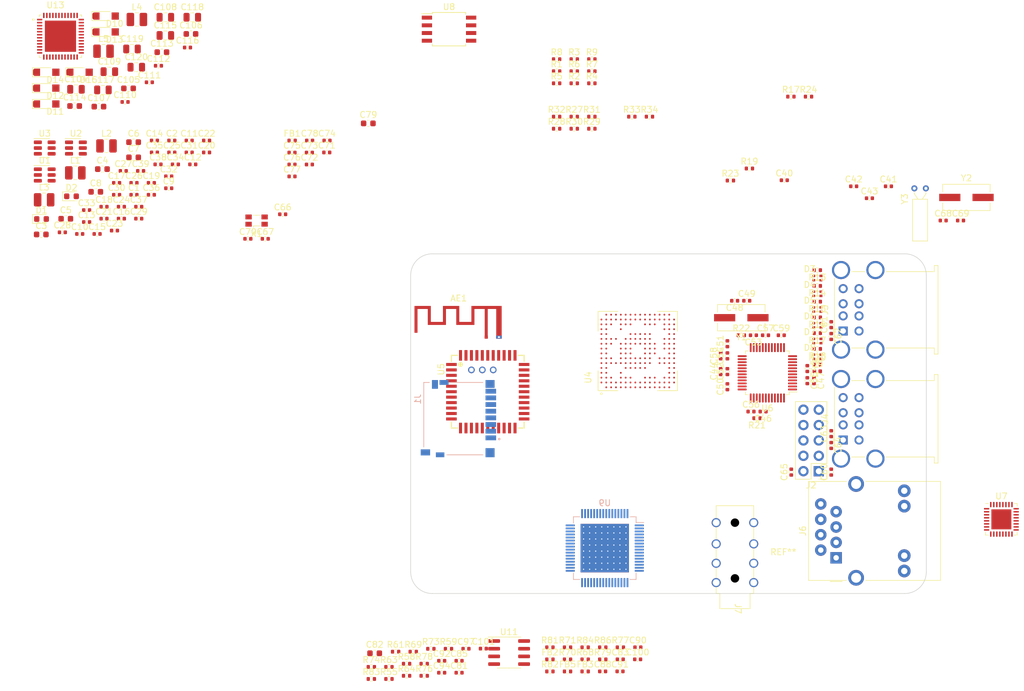
<source format=kicad_pcb>
(kicad_pcb (version 20211014) (generator pcbnew)
  (layers (0 "F.Cu" signal) (31 "B.Cu" signal) (34 "B.Paste" user) (35 "F.Paste" user) (36 "B.SilkS" user "B.Silkscreen") (37 "F.SilkS" user "F.Silkscreen") (38 "B.Mask" user) (39 "F.Mask" user) (44 "Edge.Cuts" user))
  (net 0 "")
  (net 2 "Net-(AE1-Pad1)")
  (net 3 "+5V")
  (net 4 "+3V3")
  (net 5 "+1V8")
  (net 6 "+1V2")
  (net 7 "Net-(L1-Pad1)")
  (net 8 "Net-(L2-Pad1)")
  (net 9 "Net-(L3-Pad1)")
  (net 10 "Net-(C1-Pad1)")
  (net 12 "Net-(R3-Pad2)")
  (net 14 "Net-(R5-Pad2)")
  (net 16 "Net-(R7-Pad2)")
  (net 17 "Net-(C2-Pad1)")
  (net 18 "Net-(C48-Pad2)")
  (net 19 "Net-(C44-Pad1)")
  (net 20 "/Network/PHY_LED0")
  (net 21 "/Network/PHY_LED1")
  (net 32 "Net-(U4-PadF3)")
  (net 33 "Net-(U4-PadE3)")
  (net 34 "Net-(U4-PadF2)")
  (net 35 "Net-(U4-PadE1)")
  (net 36 "Net-(U4-PadD1)")
  (net 37 "Net-(U4-PadE2)")
  (net 62 "Net-(U4-PadC7)")
  (net 63 "Net-(U4-PadB8)")
  (net 64 "Net-(U4-PadD6)")
  (net 65 "Net-(U4-PadB7)")
  (net 66 "Net-(U4-PadA7)")
  (net 67 "Net-(U4-PadC6)")
  (net 68 "Net-(U4-PadR8)")
  (net 69 "Net-(J3-Pad3)")
  (net 70 "Net-(J3-Pad6)")
  (net 71 "AGND2")
  (net 72 "Net-(C66-Pad2)")
  (net 73 "Net-(C67-Pad2)")
  (net 74 "Net-(C68-Pad2)")
  (net 75 "Net-(U4-PadL14)")
  (net 76 "Net-(U4-PadK15)")
  (net 77 "Net-(U4-PadK16)")
  (net 78 "Net-(C69-Pad2)")
  (net 79 "Net-(U4-PadH16)")
  (net 80 "Net-(U4-PadJ16)")
  (net 81 "Net-(J1-Pad1)")
  (net 82 "Net-(J1-Pad2)")
  (net 83 "Net-(U4-PadK14)")
  (net 84 "/Network/~{PHYRST}")
  (net 85 "Net-(U4-PadJ15)")
  (net 86 "Net-(U4-PadG16)")
  (net 87 "Net-(J1-Pad3)")
  (net 88 "Net-(C71-Pad1)")
  (net 89 "Net-(J1-Pad5)")
  (net 90 "Net-(J1-Pad7)")
  (net 91 "Net-(J1-Pad8)")
  (net 92 "Net-(U4-PadL15)")
  (net 93 "+3.3VA")
  (net 94 "Net-(J1-Pad9)")
  (net 95 "Net-(C77-Pad2)")
  (net 96 "PWR_EN")
  (net 97 "Net-(J3-Pad2)")
  (net 98 "Net-(J3-Pad7)")
  (net 99 "Net-(C86-Pad1)")
  (net 100 "Net-(J5-Pad4)")
  (net 102 "Net-(D3-Pad1)")
  (net 103 "Net-(D4-Pad1)")
  (net 104 "DRV")
  (net 106 "LED1")
  (net 107 "LED2")
  (net 108 "LED3")
  (net 109 "LED4")
  (net 110 "Net-(U4-PadT12)")
  (net 111 "Net-(U4-PadR12)")
  (net 112 "Net-(D5-Pad1)")
  (net 113 "Net-(D6-Pad1)")
  (net 114 "Net-(D7-Pad1)")
  (net 115 "Net-(D8-Pad1)")
  (net 121 "Net-(D9-Pad2)")
  (net 122 "Net-(R17-Pad1)")
  (net 123 "LED5")
  (net 124 "Net-(R37-Pad1)")
  (net 125 "Net-(D15-Pad1)")
  (net 126 "Net-(J4-Pad3)")
  (net 127 "Net-(R40-Pad2)")
  (net 128 "Net-(R41-Pad2)")
  (net 129 "Net-(R39-Pad2)")
  (net 130 "Net-(J4-Pad6)")
  (net 131 "Net-(J4-Pad7)")
  (net 132 "Net-(J6-Pad1)")
  (net 133 "Net-(J6-Pad3)")
  (net 134 "Net-(J6-Pad4)")
  (net 135 "Net-(J6-Pad6)")
  (net 148 "/Display/E-PAPER/VCOM")
  (net 149 "/Display/E-PAPER/XSCL")
  (net 150 "/Display/E-PAPER/XSDA")
  (net 151 "/Display/E-PAPER/XPWRUP")
  (net 152 "/Display/E-PAPER/XPWR_GOOD")
  (net 153 "/Display/E-PAPER/VDD")
  (net 154 "Net-(J6-PadL2)")
  (net 155 "/Display/E-PAPER/VB")
  (net 156 "/Display/E-PAPER/VN")
  (net 157 "/Display/E-PAPER/X~{INT}")
  (net 158 "Net-(C87-Pad1)")
  (net 159 "/Display/E-PAPER/VEE")
  (net 160 "/Display/E-PAPER/VDDH")
  (net 161 "Net-(U9-Pad1)")
  (net 171 "Net-(U9-Pad16)")
  (net 172 "Net-(U9-Pad20)")
  (net 174 "Net-(U9-Pad23)")
  (net 208 "/Display/E-PAPER/XWAKEU")
  (net 209 "/Display/E-PAPER/XVCOM_CTRL")
  (net 210 "/Display/E-PAPER/VEE_FB")
  (net 211 "/Display/E-PAPER/VDD_FB")
  (net 212 "Net-(D10-Pad2)")
  (net 213 "Net-(J6-PadL3)")
  (net 214 "LED6")
  (net 215 "Net-(R19-Pad1)")
  (net 216 "Net-(R23-Pad2)")
  (net 217 "GND")
  (net 225 "/Display/E-PAPER/XD14")
  (net 226 "/Display/E-PAPER/XD10")
  (net 233 "Net-(R10-Pad2)")
  (net 235 "/Display/E-PAPER/XD15")
  (net 236 "/Display/E-PAPER/XD9")
  (net 237 "/Display/E-PAPER/XD7")
  (net 242 "/Display/E-PAPER/XD13")
  (net 243 "/Display/E-PAPER/XD11")
  (net 244 "/Display/E-PAPER/XD8")
  (net 245 "/Display/E-PAPER/XD5")
  (net 247 "/Display/E-PAPER/XD12")
  (net 249 "/Display/E-PAPER/XD4")
  (net 250 "SD_CD")
  (net 253 "/Display/E-PAPER/XD6")
  (net 254 "/Display/E-PAPER/XD2")
  (net 257 "/Display/E-PAPER/XD3")
  (net 258 "/Display/E-PAPER/XD0")
  (net 262 "/Display/E-PAPER/XD1")
  (net 264 "Net-(R24-Pad1)")
  (net 266 "LCD_PWM")
  (net 268 "Net-(R27-Pad2)")
  (net 270 "Net-(R29-Pad2)")
  (net 271 "Net-(J4-Pad2)")
  (net 276 "/Display/E-PAPER/XCLK")
  (net 279 "Net-(U4-PadP11)")
  (net 289 "Net-(R31-Pad2)")
  (net 291 "Net-(R41-Pad1)")
  (net 292 "Net-(J5-Pad10)")
  (net 293 "Net-(J5-Pad2)")
  (net 294 "DP5-")
  (net 295 "DP5+")
  (net 296 "DP6-")
  (net 297 "DP6+")
  (net 298 "Net-(R38-Pad1)")
  (net 299 "Net-(R45-Pad2)")
  (net 300 "Net-(R43-Pad1)")
  (net 301 "Net-(R42-Pad2)")
  (net 302 "Net-(R50-Pad2)")
  (net 303 "Net-(R49-Pad1)")
  (net 304 "Net-(R47-Pad1)")
  (net 305 "Net-(C47-Pad1)")
  (net 306 "Net-(C49-Pad2)")
  (net 307 "Net-(C56-Pad2)")
  (net 308 "Net-(C70-Pad2)")
  (net 309 "Net-(C72-Pad1)")
  (net 310 "Net-(C74-Pad2)")
  (net 311 "Net-(C78-Pad2)")
  (net 314 "Net-(C88-Pad1)")
  (net 315 "Net-(C88-Pad2)")
  (net 316 "Net-(C90-Pad1)")
  (net 317 "Net-(C91-Pad2)")
  (net 318 "Net-(C92-Pad1)")
  (net 319 "Net-(C93-Pad2)")
  (net 322 "/Sound/RIGHT")
  (net 323 "Net-(J7-PadR2)")
  (net 324 "Net-(J7-PadS)")
  (net 325 "/Sound/LEFT")
  (net 326 "Net-(C79-Pad2)")
  (net 327 "Net-(C81-Pad2)")
  (net 328 "Net-(C83-Pad1)")
  (net 329 "Net-(C84-Pad1)")
  (net 330 "Net-(C85-Pad1)")
  (net 331 "Net-(C85-Pad2)")
  (net 332 "Net-(C86-Pad2)")
  (net 333 "Net-(C89-Pad1)")
  (net 334 "Net-(C89-Pad2)")
  (net 335 "Net-(C90-Pad2)")
  (net 336 "Net-(C91-Pad1)")
  (net 337 "Net-(C92-Pad2)")
  (net 338 "Net-(C93-Pad1)")
  (net 339 "Net-(C94-Pad2)")
  (net 340 "Net-(C95-Pad2)")
  (net 341 "Net-(C97-Pad2)")
  (net 342 "Net-(C98-Pad2)")
  (net 343 "Net-(C100-Pad2)")
  (net 344 "Net-(C101-Pad2)")
  (net 345 "Net-(C102-Pad1)")
  (net 346 "Net-(C110-Pad1)")
  (net 347 "Net-(C111-Pad1)")
  (net 348 "Net-(C111-Pad2)")
  (net 349 "Net-(C112-Pad1)")
  (net 350 "Net-(C112-Pad2)")
  (net 351 "Net-(C114-Pad1)")
  (net 352 "Net-(C115-Pad2)")
  (net 353 "Net-(C116-Pad1)")
  (net 354 "Net-(C117-Pad2)")
  (net 355 "Net-(FB2-Pad2)")
  (net 356 "Net-(FB3-Pad2)")
  (net 357 "Net-(FB5-Pad2)")
  (net 358 "Net-(R55-Pad1)")
  (net 359 "Net-(R56-Pad1)")
  (net 360 "Net-(R73-Pad2)")
  (net 361 "Net-(R74-Pad2)")
  (net 362 "Net-(R76-Pad2)")
  (net 363 "Net-(R77-Pad2)")
  (net 364 "Net-(R79-Pad2)")
  (net 365 "Net-(R81-Pad2)")
  (net 366 "Net-(R82-Pad2)")
  (net 367 "/Sound/MIC")
  (net 368 "/Sound/GROUND")
  (net 373 "Net-(C121-Pad1)")
  (footprint "TheBrutzlers_Lib:DUAL_LED_0603" (layer "F.Cu") (at 151.45 68.35)
    (fp_text reference "D3")
    (fp_text value "LED_Dual_LED")
  )
  (footprint "Capacitor_SMD:C_0402_1005Metric" (layer "F.Cu") (at 41.98 45.64)
    (fp_text reference "C14")
    (fp_text value "100n")
  )
  (footprint "Resistor_SMD:R_0402_1005Metric" (layer "F.Cu") (at 111.31 36.19)
    (fp_text reference "R2")
    (fp_text value "30K")
  )
  (footprint "Package_TO_SOT_SMD:SOT-23-6" (layer "F.Cu") (at 23.86 51.33)
    (fp_text reference "U1")
    (fp_text value "MT3420C-mt3420c")
  )
  (footprint "Resistor_SMD:R_0402_1005Metric" (layer "F.Cu") (at 108.4 34.2)
    (fp_text reference "R1")
    (fp_text value "50K")
  )
  (footprint "Capacitor_SMD:C_0402_1005Metric" (layer "F.Cu") (at 30.78 59.1)
    (fp_text reference "C13")
    (fp_text value "100n")
  )
  (footprint "Capacitor_SMD:C_0402_1005Metric" (layer "F.Cu") (at 41.47 54.6)
    (fp_text reference "C36")
    (fp_text value "100n")
  )
  (footprint "TheBrutzlers_Lib:AUDIO_3.5mm_PJ-313B6-B" (layer "F.Cu") (at 137.85 122.95 -90)
    (fp_text reference "J7")
    (fp_text value "AudioJack4")
  )
  (footprint "Capacitor_SMD:C_0402_1005Metric" (layer "F.Cu") (at 44.85 47.61)
    (fp_text reference "C25")
    (fp_text value "100n")
  )
  (footprint "Capacitor_SMD:C_0402_1005Metric" (layer "F.Cu") (at 136.6 81.2 90)
    (fp_text reference "C54")
    (fp_text value "100n")
  )
  (footprint "Capacitor_SMD:C_0402_1005Metric" (layer "F.Cu") (at 44.85 45.64)
    (fp_text reference "C2")
    (fp_text value "100n")
  )
  (footprint "Capacitor_SMD:C_0402_1005Metric" (layer "F.Cu") (at 47.72 45.64)
    (fp_text reference "C11")
    (fp_text value "100n")
  )
  (footprint "Oscillator:Oscillator_SMD_SeikoEpson_SG3030CM" (layer "F.Cu") (at 58.85 58.86)
    (fp_text reference "X1")
    (fp_text value "SG-3030CM")
  )
  (footprint "Capacitor_SMD:C_0603_1608Metric" (layer "F.Cu") (at 78.35 130.32)
    (fp_text reference "C82")
    (fp_text value "22µ")
  )
  (footprint "Capacitor_SMD:C_0402_1005Metric" (layer "F.Cu") (at 67.61 45.64)
    (fp_text reference "C78")
    (fp_text value "100n")
  )
  (footprint "Capacitor_SMD:C_0402_1005Metric" (layer "F.Cu") (at 153.75 96 -90)
    (fp_text reference "C64")
    (fp_text value "1µ")
  )
  (footprint "Capacitor_SMD:C_0402_1005Metric" (layer "F.Cu") (at 135.5 83.8 90)
    (fp_text reference "C44")
    (fp_text value "1µ")
  )
  (footprint "Capacitor_SMD:C_0805_2012Metric" (layer "F.Cu") (at 34.53 34.27)
    (fp_text reference "C109")
    (fp_text value "4µ7")
  )
  (footprint "TheBrutzlers_Lib:DUAL_LED_0603" (layer "F.Cu") (at 151.45 70.95)
    (fp_text reference "D4")
    (fp_text value "LED_Dual_LED")
  )
  (footprint "Capacitor_SMD:C_0402_1005Metric" (layer "F.Cu") (at 175.11 58.85)
    (fp_text reference "C69")
    (fp_text value "C")
  )
  (footprint "Capacitor_SMD:C_0402_1005Metric" (layer "F.Cu") (at 35.38 60.51)
    (fp_text reference "C23")
    (fp_text value "100n")
  )
  (footprint "Resistor_SMD:R_0402_1005Metric" (layer "F.Cu") (at 114.22 32.21)
    (fp_text reference "R9")
    (fp_text value "1K")
  )
  (footprint "Capacitor_SMD:C_0402_1005Metric" (layer "F.Cu") (at 142.9 77.8)
    (fp_text reference "C57")
    (fp_text value "100n")
  )
  (footprint "Capacitor_SMD:C_0603_1608Metric" (layer "F.Cu") (at 32.29 54.11)
    (fp_text reference "C8")
    (fp_text value "22µ")
  )
  (footprint "Capacitor_SMD:C_0402_1005Metric" (layer "F.Cu") (at 92.29 131.56)
    (fp_text reference "C85")
    (fp_text value "1µ")
  )
  (footprint "TheBrutzlers_Lib:SOD-123FL" (layer "F.Cu") (at 24.095 39.605)
    (fp_text reference "D11")
    (fp_text value "D_Schottky")
  )
  (footprint "Capacitor_SMD:C_0402_1005Metric" (layer "F.Cu") (at 70.44 47.61)
    (fp_text reference "C71")
    (fp_text value "100n")
  )
  (footprint "Capacitor_SMD:C_0402_1005Metric" (layer "F.Cu") (at 37.13 39.27)
    (fp_text reference "C110")
    (fp_text value "100n")
  )
  (footprint "Connector_USB:USB_A_Wuerth_61400826021_Horizontal_Stacked" (layer "F.Cu") (at 155.72 95.1 90)
    (fp_text reference "J4")
    (fp_text value "USB_A_Stacked")
  )
  (footprint "" (layer "F.Cu") (at 87.85 116.9)
    (fp_text reference "")
    (fp_text value "")
  )
  (footprint "Capacitor_SMD:C_0603_1608Metric" (layer "F.Cu") (at 23.29 61.15)
    (fp_text reference "C3")
    (fp_text value "22µ")
  )
  (footprint "Capacitor_SMD:C_0402_1005Metric" (layer "F.Cu") (at 67.57 49.6)
    (fp_text reference "C72")
    (fp_text value "100n")
  )
  (footprint "Capacitor_SMD:C_0402_1005Metric" (layer "F.Cu") (at 57.41 61.87)
    (fp_text reference "C70")
    (fp_text value "C")
  )
  (footprint "Capacitor_SMD:C_0805_2012Metric" (layer "F.Cu") (at 38.27 30.52)
    (fp_text reference "C119")
    (fp_text value "4µ7")
  )
  (footprint "Capacitor_SMD:C_0402_1005Metric" (layer "F.Cu") (at 146 52.2)
    (fp_text reference "C40")
    (fp_text value "1µ")
  )
  (footprint "Resistor_SMD:R_0402_1005Metric" (layer "F.Cu") (at 116.02 131.33)
    (fp_text reference "R79")
    (fp_text value "20K")
  )
  (footprint "Capacitor_SMD:C_0402_1005Metric" (layer "F.Cu") (at 32.51 61.07)
    (fp_text reference "C15")
    (fp_text value "100n")
  )
  (footprint "" (layer "F.Cu") (at 145.85 67.85)
    (fp_text reference "")
    (fp_text value "")
  )
  (footprint "Resistor_SMD:R_0402_1005Metric" (layer "F.Cu") (at 83.62 134.04)
    (fp_text reference "R64")
    (fp_text value "2K7")
  )
  (footprint "Resistor_SMD:R_0402_1005Metric" (layer "F.Cu") (at 80.71 132.57)
    (fp_text reference "R63")
    (fp_text value "2K7")
  )
  (footprint "Resistor_SMD:R_0402_1005Metric" (layer "F.Cu") (at 116.02 129.34)
    (fp_text reference "R86")
    (fp_text value "0R")
  )
  (footprint "Resistor_SMD:R_0402_1005Metric" (layer "F.Cu") (at 77.8 134.56)
    (fp_text reference "R83")
    (fp_text value "0R")
  )
  (footprint "Resistor_SMD:R_0402_1005Metric" (layer "F.Cu") (at 111.31 32.21)
    (fp_text reference "R3")
    (fp_text value "450K")
  )
  (footprint "TheBrutzlers_Lib:SOD-123FL" (layer "F.Cu") (at 33.905 25.085)
    (fp_text reference "D10")
    (fp_text value "D_Schottky")
  )
  (footprint "Capacitor_SMD:C_0603_1608Metric" (layer "F.Cu") (at 33.39 50.36)
    (fp_text reference "C4")
    (fp_text value "22µ")
  )
  (footprint "Capacitor_SMD:C_0402_1005Metric" (layer "F.Cu") (at 136.6 83.8 90)
    (fp_text reference "C52")
    (fp_text value "100n")
  )
  (footprint "Capacitor_SMD:C_0402_1005Metric" (layer "F.Cu") (at 30.78 57.13)
    (fp_text reference "C33")
    (fp_text value "100n")
  )
  (footprint "Capacitor_SMD:C_0402_1005Metric" (layer "F.Cu") (at 47.72 47.61)
    (fp_text reference "C31")
    (fp_text value "100n")
  )
  (footprint "TheBrutzlers_Lib:SOD-123FL" (layer "F.Cu") (at 33.905 27.705)
    (fp_text reference "D13")
    (fp_text value "D_Schottky")
  )
  (footprint "Capacitor_SMD:C_0603_1608Metric" (layer "F.Cu") (at 43.21 31.05)
    (fp_text reference "C113")
    (fp_text value "22µ")
  )
  (footprint "TheBrutzlers_Lib:AP6212" (layer "F.Cu") (at 97.028 87.122)
    (fp_text reference "U5")
    (fp_text value "AP6212")
  )
  (footprint "Resistor_SMD:R_0402_1005Metric" (layer "F.Cu") (at 80.71 134.56)
    (fp_text reference "R55")
    (fp_text value "2K2")
  )
  (footprint "Capacitor_SMD:C_0402_1005Metric" (layer "F.Cu") (at 89.42 133.53)
    (fp_text reference "C94")
    (fp_text value "1n")
  )
  (footprint "Capacitor_SMD:C_0805_2012Metric" (layer "F.Cu") (at 29.02 37.18)
    (fp_text reference "C104")
    (fp_text value "4µ7")
  )
  (footprint "Resistor_SMD:R_0402_1005Metric" (layer "F.Cu") (at 120.82 41.7)
    (fp_text reference "R33")
    (fp_text value "1K")
  )
  (footprint "Capacitor_SMD:C_0603_1608Metric" (layer "F.Cu") (at 27.34 58.56)
    (fp_text reference "C5")
    (fp_text value "22µ")
  )
  (footprint "Capacitor_SMD:C_0402_1005Metric" (layer "F.Cu") (at 149.8 83.3 -90)
    (fp_text reference "C45")
    (fp_text value "1µ")
  )
  (footprint "TheBrutzlers_Lib:DUAL_LED_0603" (layer "F.Cu") (at 151.45 76.15)
    (fp_text reference "D6")
    (fp_text value "LED_Dual_LED")
  )
  (footprint "Package_QFP:LQFP-48_7x7mm_P0.5mm" (layer "F.Cu") (at 143.2 84 180)
    (fp_text reference "U6")
    (fp_text value "FE2.1")
  )
  (footprint "Capacitor_SMD:C_0402_1005Metric" (layer "F.Cu") (at 50.59 47.61)
    (fp_text reference "C20")
    (fp_text value "100n")
  )
  (footprint "Capacitor_SMD:C_0402_1005Metric" (layer "F.Cu") (at 39.39 56.57)
    (fp_text reference "C37")
    (fp_text value "100n")
  )
  (footprint "Capacitor_SMD:C_0402_1005Metric" (layer "F.Cu") (at 50.59 45.64)
    (fp_text reference "C22")
    (fp_text value "100n")
  )
  (footprint "Capacitor_SMD:C_0805_2012Metric" (layer "F.Cu") (at 43.78 25.28)
    (fp_text reference "C108")
    (fp_text value "4µ7")
  )
  (footprint "Capacitor_SMD:C_0402_1005Metric" (layer "F.Cu") (at 70.48 45.64)
    (fp_text reference "C74")
    (fp_text value "1µ")
  )
  (footprint "Capacitor_SMD:C_0402_1005Metric" (layer "F.Cu") (at 121.82 129.33)
    (fp_text reference "C90")
    (fp_text value "220p")
  )
  (footprint "Resistor_SMD:R_0402_1005Metric" (layer "F.Cu") (at 138.9 77.8)
    (fp_text reference "R22")
    (fp_text value "1MEG")
  )
  (footprint "Resistor_SMD:R_0402_1005Metric" (layer "F.Cu") (at 111.31 43.69)
    (fp_text reference "R30")
    (fp_text value "1K")
  )
  (footprint "Capacitor_SMD:C_0402_1005Metric" (layer "F.Cu") (at 29.64 61.07)
    (fp_text reference "C10")
    (fp_text value "100n")
  )
  (footprint "Inductor_SMD:L_1008_2520Metric" (layer "F.Cu") (at 23.76 55.43)
    (fp_text reference "L3")
    (fp_text value "2µ2")
  )
  (footprint "Resistor_SMD:R_0402_1005Metric" (layer "F.Cu") (at 114.22 43.69)
    (fp_text reference "R29")
    (fp_text value "100K")
  )
  (footprint "Capacitor_SMD:C_0402_1005Metric" (layer "F.Cu") (at 36.52 56.57)
    (fp_text reference "C24")
    (fp_text value "100n")
  )
  (footprint "Capacitor_SMD:C_0603_1608Metric" (layer "F.Cu") (at 32.81 40.04)
    (fp_text reference "C107")
    (fp_text value "22µ")
  )
  (footprint "Resistor_SMD:R_0402_1005Metric" (layer "F.Cu") (at 140.24 50.26)
    (fp_text reference "R19")
    (fp_text value "43.2")
  )
  (footprint "Capacitor_SMD:C_0805_2012Metric" (layer "F.Cu") (at 48.23 25.28)
    (fp_text reference "C118")
    (fp_text value "4µ7")
  )
  (footprint "Capacitor_SMD:C_0402_1005Metric" (layer "F.Cu") (at 121.78 131.32)
    (fp_text reference "C100")
    (fp_text value "1µ")
  )
  (footprint "Capacitor_SMD:C_0402_1005Metric" (layer "F.Cu") (at 147.15 100.4 90)
    (fp_text reference "C65")
    (fp_text value "1µ")
  )
  (footprint "Resistor_SMD:R_0402_1005Metric" (layer "F.Cu") (at 113.11 133.32)
    (fp_text reference "FB3")
    (fp_text value "FerriteBead")
  )
  (footprint "Capacitor_SMD:C_0402_1005Metric" (layer "F.Cu") (at 96.3 129.55)
    (fp_text reference "C101")
    (fp_text value "1µ")
  )
  (footprint "Capacitor_SMD:C_0603_1608Metric" (layer "F.Cu") (at 77.3 42.81)
    (fp_text reference "C79")
    (fp_text value "22µ")
  )
  (footprint "TheBrutzlers_Lib:DUAL_LED_0603" (layer "F.Cu") (at 151.45 73.55)
    (fp_text reference "D5")
    (fp_text value "LED_Dual_LED")
  )
  (footprint "Resistor_SMD:R_0402_1005Metric" (layer "F.Cu") (at 108.4 36.19)
    (fp_text reference "R5")
    (fp_text value "200K")
  )
  (footprint "TheBrutzlers_Lib:DUAL_LED_0603" (layer "F.Cu") (at 151.45 81.35)
    (fp_text reference "D8")
    (fp_text value "LED_Dual_LED")
  )
  (footprint "Capacitor_SMD:C_0805_2012Metric" (layer "F.Cu") (at 43.78 28.29)
    (fp_text reference "C115")
    (fp_text value "4µ7")
  )
  (footprint "Resistor_SMD:R_0402_1005Metric" (layer "F.Cu") (at 141.5 91.5 180)
    (fp_text reference "R21")
    (fp_text value "100K")
  )
  (footprint "Capacitor_SMD:C_0402_1005Metric" (layer "F.Cu") (at 139.8 72.1)
    (fp_text reference "C49")
    (fp_text value "20p")
  )
  (footprint "Resistor_SMD:R_0402_1005Metric" (layer "F.Cu") (at 114.22 41.7)
    (fp_text reference "R31")
    (fp_text value "100K")
  )
  (footprint "Crystal:Crystal_SMD_ECS_CSM3X-2Pin_7.6x4.1mm" (layer "F.Cu") (at 138.9 74.9 180)
    (fp_text reference "Y1")
    (fp_text value "12MHz")
  )
  (footprint "Package_SO:SOIC-8W_5.3x5.3mm_P1.27mm" (layer "F.Cu") (at 90.63 27.25)
    (fp_text reference "U8")
    (fp_text value "M25PX32-VMW")
  )
  (footprint "Capacitor_SMD:C_0402_1005Metric" (layer "F.Cu") (at 64.7 49.6)
    (fp_text reference "C76")
    (fp_text value "100n")
  )
  (footprint "RF_Antenna:Texas_SWRA117D_2.4GHz_Left" (layer "F.Cu") (at 96.774 78.105)
    (fp_text reference "AE1")
    (fp_text value "Antenna_Shield")
  )
  (footprint "Resistor_SMD:R_0402_1005Metric" (layer "F.Cu") (at 108.4 32.21)
    (fp_text reference "R8")
    (fp_text value "100K")
  )
  (footprint "Capacitor_SMD:C_0402_1005Metric" (layer "F.Cu") (at 35.73 54.6)
    (fp_text reference "C30")
    (fp_text value "100n")
  )
  (footprint "Capacitor_SMD:C_0402_1005Metric" (layer "F.Cu") (at 118.87 133.31)
    (fp_text reference "C91")
    (fp_text value "220p")
  )
  (footprint "Capacitor_SMD:C_0402_1005Metric" (layer "F.Cu") (at 26.77 60.8)
    (fp_text reference "C28")
    (fp_text value "100n")
  )
  (footprint "Capacitor_SMD:C_0402_1005Metric" (layer "F.Cu") (at 145.5 77.8)
    (fp_text reference "C59")
    (fp_text value "100n")
  )
  (footprint "TheBrutzlers_Lib:BGA256C80P16X16_1300X1300X130N" (layer "F.Cu") (at 121.8 80.4 90)
    (fp_text reference "U4")
    (fp_text value "X1000")
  )
  (footprint "Resistor_SMD:R_0402_1005Metric" (layer "F.Cu") (at 107.29 133.32)
    (fp_text reference "R82")
    (fp_text value "10K")
  )
  (footprint "Capacitor_SMD:C_0402_1005Metric" (layer "F.Cu") (at 33.65 58.54)
    (fp_text reference "C21")
    (fp_text value "100n")
  )
  (footprint "Capacitor_SMD:C_0402_1005Metric" (layer "F.Cu") (at 42.57 49.58)
    (fp_text reference "C38")
    (fp_text value "100n")
  )
  (footprint "Resistor_SMD:R_0402_1005Metric" (layer "F.Cu") (at 107.29 129.34)
    (fp_text reference "R81")
    (fp_text value "10K")
  )
  (footprint "TheBrutzlers_Lib:SOD-123FL" (layer "F.Cu") (at 24.095 34.365)
    (fp_text reference "D14")
    (fp_text value "D_Schottky")
  )
  (footprint "Capacitor_SMD:C_0402_1005Metric" (layer "F.Cu") (at 60.28 61.87)
    (fp_text reference "C67")
    (fp_text value "C")
  )
  (footprint "Resistor_SMD:R_0402_1005Metric" (layer "F.Cu") (at 84.72 130.06)
    (fp_text reference "R69")
    (fp_text value "2K7")
  )
  (footprint "MountingHole:MountingHole_2.2mm_M2" (layer "F.Cu") (at 145.85 116.8)
    (fp_text reference "REF**")
    (fp_text value "MountingHole_2.2mm_M2")
  )
  (footprint "Crystal:Crystal_SMD_ECS_CSM3X-2Pin_7.6x4.1mm" (layer "F.Cu") (at 176.08 55.04)
    (fp_text reference "Y2")
    (fp_text value "24MHz")
  )
  (footprint "Capacitor_SMD:C_0402_1005Metric" (layer "F.Cu") (at 63.16 57.82)
    (fp_text reference "C66")
    (fp_text value "C")
  )
  (footprint "Resistor_SMD:R_0402_1005Metric" (layer "F.Cu") (at 113.11 129.34)
    (fp_text reference "R84")
    (fp_text value "0R")
  )
  (footprint "Resistor_SMD:R_0402_1005Metric" (layer "F.Cu") (at 151.45 77.45 180)
    (fp_text reference "R17")
    (fp_text value "1K")
  )
  (footprint "Capacitor_SMD:C_0402_1005Metric" (layer "F.Cu") (at 44.34 51.55)
    (fp_text reference "C32")
    (fp_text value "100n")
  )
  (footprint "Package_DFN_QFN:QFN-32-1EP_5x5mm_P0.5mm_EP3.3x3.3mm" (layer "F.Cu") (at 181.85 108.2)
    (fp_text reference "U7")
    (fp_text value "RTL8201F")
  )
  (footprint "Resistor_SMD:R_0402_1005Metric" (layer "F.Cu") (at 150 38.39)
    (fp_text reference "R24")
    (fp_text value "1K")
  )
  (footprint "Capacitor_SMD:C_0402_1005Metric" (layer "F.Cu") (at 136.6 79.2 90)
    (fp_text reference "C51")
    (fp_text value "1µ")
  )
  (footprint "Diode_SMD:D_0603_1608Metric" (layer "F.Cu") (at 23.33 58.6)
    (fp_text reference "D1")
    (fp_text value "D")
  )
  (footprint "TheBrutzlers_Lib:RJ45_HR913550A" (layer "F.Cu") (at 154.561 114.552 90)
    (fp_text reference "J6")
    (fp_text value "RJ45_HR913550A")
  )
  (footprint "Resistor_SMD:R_0402_1005Metric" (layer "F.Cu") (at 114.22 36.19)
    (fp_text reference "R4")
    (fp_text value "100K")
  )
  (footprint "Capacitor_SMD:C_0402_1005Metric" (layer "F.Cu") (at 39.7 50.66)
    (fp_text reference "C39")
    (fp_text value "100n")
  )
  (footprint "Capacitor_SMD:C_0402_1005Metric" (layer "F.Cu") (at 163.2 53.2)
    (fp_text reference "C41")
    (fp_text value "100n")
  )
  (footprint "Package_TO_SOT_SMD:SOT-23-6" (layer "F.Cu") (at 23.86 46.88)
    (fp_text reference "U3")
    (fp_text value "MT3420C-mt3420c")
  )
  (footprint "Inductor_SMD:L_1008_2520Metric" (layer "F.Cu") (at 34.06 46.53)
    (fp_text reference "L2")
    (fp_text value "2µ2")
  )
  (footprint "Capacitor_SMD:C_0603_1608Metric" (layer "F.Cu") (at 28.8 39.94)
    (fp_text reference "C114")
    (fp_text value "22µ")
  )
  (footprint "Capacitor_SMD:C_0402_1005Metric" (layer "F.Cu") (at 39.39 58.54)
    (fp_text reference "C29")
    (fp_text value "100n")
  )
  (footprint "Resistor_SMD:R_0402_1005Metric" (layer "F.Cu") (at 111.31 41.7)
    (fp_text reference "R27")
    (fp_text value "1K")
  )
  (footprint "Capacitor_SMD:C_0402_1005Metric" (layer "F.Cu") (at 64.7 47.63)
    (fp_text reference "C75")
    (fp_text value "100n")
  )
  (footprint "Capacitor_SMD:C_0402_1005Metric" (layer "F.Cu") (at 67.57 47.63)
    (fp_text reference "C73")
    (fp_text value "1µ")
  )
  (footprint "Diode_SMD:D_0603_1608Metric" (layer "F.Cu") (at 28.28 54.85)
    (fp_text reference "D2")
    (fp_text value "D")
  )
  (footprint "Resistor_SMD:R_0402_1005Metric" (layer "F.Cu") (at 108.4 41.7)
    (fp_text reference "R32")
    (fp_text value "1K")
  )
  (footprint "Capacitor_SMD:C_0402_1005Metric" (layer "F.Cu") (at 64.7 51.57)
    (fp_text reference "C77")
    (fp_text value "100n")
  )
  (footprint "TheBrutzlers_Lib:SOD-123FL" (layer "F.Cu") (at 24.095 36.985)
    (fp_text reference "D12")
    (fp_text value "D_Schottky")
  )
  (footprint "Resistor_SMD:R_0402_1005Metric" (layer "F.Cu") (at 137.1 52.25)
    (fp_text reference "R23")
    (fp_text value "2K7")
  )
  (footprint "Package_TO_SOT_SMD:SOT-23-6" (layer "F.Cu") (at 29.01 46.88)
    (fp_text reference "U2")
    (fp_text value "MT3420C-mt3420c")
  )
  (footprint "Capacitor_SMD:C_0603_1608Metric" (layer "F.Cu") (at 37.7 37.03)
    (fp_text reference "C105")
    (fp_text value "22µ")
  )
  (footprint "Capacitor_SMD:C_0402_1005Metric" (layer "F.Cu") (at 140.5 90.4)
    (fp_text reference "C56")
    (fp_text value "100n")
  )
  (footprint "Capacitor_SMD:C_0805_2012Metric" (layer "F.Cu") (at 33.47 37.28)
    (fp_text reference "C117")
    (fp_text value "4µ7")
  )
  (footprint "Capacitor_SMD:C_0402_1005Metric" (layer "F.Cu") (at 38.6 52.63)
    (fp_text reference "C26")
    (fp_text value "100n")
  )
  (footprint "Resistor_SMD:R_0402_1005Metric" (layer "F.Cu") (at 123.73 41.7)
    (fp_text reference "R34")
    (fp_text value "1K")
  )
  (footprint "Capacitor_SMD:C_0402_1005Metric" (layer "F.Cu") (at 137.8 72.1 180)
    (fp_text reference "C48")
    (fp_text value "20p")
  )
  (footprint "Resistor_SMD:R_0402_1005Metric" (layer "F.Cu") (at 107.29 131.33)
    (fp_text reference "FB2")
    (fp_text value "FerriteBead")
  )
  (footprint "Capacitor_SMD:C_0402_1005Metric" (layer "F.Cu") (at 172.24 58.85)
    (fp_text reference "C68")
    (fp_text value "C")
  )
  (footprint "Capacitor_SMD:C_0402_1005Metric" (layer "F.Cu") (at 118.91 131.32)
    (fp_text reference "C83")
    (fp_text value "1n")
  )
  (footprint "Crystal:Crystal_C26-LF_D2.1mm_L6.5mm_Horizontal" (layer "F.Cu") (at 167.48 53.54)
    (fp_text reference "Y3")
    (fp_text value "32.768kHz")
  )
  (footprint "Resistor_SMD:R_0402_1005Metric" (layer "F.Cu") (at 83.62 132.05)
    (fp_text reference "R58")
    (fp_text value "2K7")
  )
  (footprint "Resistor_SMD:R_0402_1005Metric" (layer "F.Cu") (at 81.81 130.06)
    (fp_text reference "R61")
    (fp_text value "2K7")
  )
  (footprint "Resistor_SMD:R_0402_1005Metric" (layer "F.Cu") (at 151.45 69.65 180)
    (fp_text reference "R14")
    (fp_text value "1K")
  )
  (footprint "Resistor_SMD:R_0402_1005Metric" (layer "F.Cu") (at 86.53 132.05)
    (fp_text reference "R78")
    (fp_text value "20K")
  )
  (footprint "Resistor_SMD:R_0402_1005Metric" (layer "F.Cu") (at 111.31 34.2)
    (fp_text reference "R6")
    (fp_text value "100K")
  )
  (footprint "Capacitor_SMD:C_0402_1005Metric" (layer "F.Cu") (at 153.75 100.4 90)
    (fp_text reference "C60")
    (fp_text value "1µ")
  )
  (footprint "Resistor_SMD:R_0402_1005Metric" (layer "F.Cu") (at 147.09 38.39)
    (fp_text reference "R17")
    (fp_text value "1K")
  )
  (footprint "Capacitor_SMD:C_0603_1608Metric" (layer "F.Cu") (at 48.01 28.04)
    (fp_text reference "C106")
    (fp_text value "22µ")
  )
  (footprint "Capacitor_SMD:C_0402_1005Metric" (layer "F.Cu") (at 45.44 49.58)
    (fp_text reference "C34")
    (fp_text value "100n")
  )
  (footprint "Connector_PinHeader_2.54mm:PinHeader_2x05_P2.54mm_Vertical" (layer "F.Cu") (at 151.7 100.25 180)
    (fp_text reference "J2")
    (fp_text value "Conn_02x05_Odd_Even")
  )
  (footprint "Capacitor_SMD:C_0402_1005Metric" (layer "F.Cu") (at 136.6 86.3 90)
    (fp_text reference "C50")
    (fp_text value "100n")
  )
  (footprint "Capacitor_SMD:C_0402_1005Metric" (layer "F.Cu") (at 153.75 78 -90)
    (fp_text reference "C62")
    (fp_text value "1µ")
  )
  (footprint "Capacitor_SMD:C_0402_1005Metric" (layer "F.Cu") (at 153.75 94.05 90)
    (fp_text reference "C63")
    (fp_text value "1µ")
  )
  (footprint "Capacitor_SMD:C_0402_1005Metric" (layer "F.Cu") (at 38.6 54.6)
    (fp_text reference "C1")
    (fp_text value "100n")
  )
  (footprint "Package_SO:SOIC-8_3.9x4.9mm_P1.27mm" (layer "F.Cu") (at 100.55 130.2)
    (fp_text reference "U11")
    (fp_text value "LM4871")
  )
  (footprint "Resistor_SMD:R_0402_1005Metric" (layer "F.Cu") (at 118.93 129.34)
    (fp_text reference "R77")
    (fp_text value "20K")
  )
  (footprint "Capacitor_SMD:C_0402_1005Metric" (layer "F.Cu") (at 150.9 85.3 -90)
    (fp_text reference "C47")
    (fp_text value "1µ")
  )
  (footprint "Resistor_SMD:R_0402_1005Metric" (layer "F.Cu") (at 151.45 72.25 180)
    (fp_text reference "R15")
    (fp_text value "1K")
  )
  (footprint "Capacitor_SMD:C_0402_1005Metric" (layer "F.Cu") (at 36.52 58.54)
    (fp_text reference "C16")
    (fp_text value "100n")
  )
  (footprint "Inductor_SMD:L_1008_2520Metric" (layer "F.Cu") (at 28.91 50.98)
    (fp_text reference "L1")
    (fp_text value "2µ2")
  )
  (footprint "Resistor_SMD:R_0402_1005Metric" (layer "F.Cu") (at 108.4 43.69)
    (fp_text reference "R28")
    (fp_text value "100K")
  )
  (footprint "Capacitor_SMD:C_0603_1608Metric" (layer "F.Cu") (at 38.54 45.91)
    (fp_text reference "C6")
    (fp_text value "22µ")
  )
  (footprint "Capacitor_SMD:C_0402_1005Metric" (layer "F.Cu") (at 47.44 30.28)
    (fp_text reference "C116")
    (fp_text value "100n")
  )
  (footprint "Capacitor_SMD:C_0402_1005Metric" (layer "F.Cu") (at 92.29 133.53)
    (fp_text reference "C81")
    (fp_text value "100n")
  )
  (footprint "Capacitor_SMD:C_0402_1005Metric" (layer "F.Cu") (at 140.9 77.8 180)
    (fp_text reference "C53")
    (fp_text value "100n")
  )
  (footprint "Resistor_SMD:R_0402_1005Metric" (layer "F.Cu") (at 151.45 67.05 180)
    (fp_text reference "R13")
    (fp_text value "1K")
  )
  (footprint "Capacitor_SMD:C_0402_1005Metric" (layer "F.Cu") (at 149.8 85.3 -90)
    (fp_text reference "C55")
    (fp_text value "100n")
  )
  (footprint "Capacitor_SMD:C_0402_1005Metric" (layer "F.Cu") (at 35.73 52.63)
    (fp_text reference "C17")
    (fp_text value "100n")
  )
  (footprint "Resistor_SMD:R_0402_1005Metric" (layer "F.Cu") (at 151.45 80.05 180)
    (fp_text reference "R18")
    (fp_text value "1K")
  )
  (footprint "Capacitor_SMD:C_0402_1005Metric" (layer "F.Cu") (at 89.42 131.56)
    (fp_text reference "C92")
    (fp_text value "220p")
  )
  (footprint "Inductor_SMD:L_1008_2520Metric" (layer "F.Cu") (at 39.08 25.65)
    (fp_text reference "L4")
    (fp_text value "2µ2")
  )
  (footprint "Resistor_SMD:R_0402_1005Metric" (layer "F.Cu") (at 110.2 131.33)
    (fp_text reference "R70")
    (fp_text value "2K7")
  )
  (footprint "Capacitor_SMD:C_0402_1005Metric" (layer "F.Cu") (at 41.98 47.61)
    (fp_text reference "C35")
    (fp_text value "100n")
  )
  (footprint "Capacitor_SMD:C_0402_1005Metric" (layer "F.Cu") (at 160.06 55.17)
    (fp_text reference "C43")
    (fp_text value "100n")
  )
  (footprint "Capacitor_SMD:C_0402_1005Metric" (layer "F.Cu") (at 153.75 76.05 90)
    (fp_text reference "C61")
    (fp_text value "1µ")
  )
  (footprint "Resistor_SMD:R_0402_1005Metric" (layer "F.Cu") (at 77.8 132.57)
    (fp_text reference "R74")
    (fp_text value "10K")
  )
  (footprint "Resistor_SMD:R_0402_1005Metric" (layer "F.Cu") (at 114.22 34.2)
    (fp_text reference "R7")
    (fp_text value "100K")
  )
  (footprint "Capacitor_SMD:C_0402_1005Metric" (layer "F.Cu") (at 42.64 33.29)
    (fp_text reference "C112")
    (fp_text value "10n")
  )
  (footprint "Capacitor_SMD:C_0402_1005Metric" (layer "F.Cu") (at 142.5 90.4 180)
    (fp_text reference "C46")
    (fp_text value "100n")
  )
  (footprint "Capacitor_SMD:C_0402_1005Metric" (layer "F.Cu") (at 36.83 50.66)
    (fp_text reference "C27")
    (fp_text value "100n")
  )
  (footprint "Resistor_SMD:R_0402_1005Metric" (layer "F.Cu") (at 113.11 131.33)
    (fp_text reference "R68")
    (fp_text value "2K7")
  )
  (footprint "TheBrutzlers_Lib:DUAL_LED_0603" (layer "F.Cu") (at 151.45 78.75)
    (fp_text reference "D7")
    (fp_text value "LED_Dual_LED")
  )
  (footprint "Capacitor_SMD:C_0402_1005Metric" (layer "F.Cu") (at 116 133.31)
    (fp_text reference "C88")
    (fp_text value "220p")
  )
  (footprint "Capacitor_SMD:C_0402_1005Metric" (layer "F.Cu") (at 93.43 129.57)
    (fp_text reference "C97")
    (fp_text value "1n")
  )
  (footprint "Capacitor_SMD:C_0402_1005Metric" (layer "F.Cu") (at 48.31 49.58)
    (fp_text reference "C12")
    (fp_text value "100n")
  )
  (footprint "Capacitor_SMD:C_0402_1005Metric" (layer "F.Cu") (at 33.65 56.57)
    (fp_text reference "C18")
    (fp_text value "100n")
  )
  (footprint "Capacitor_SMD:C_0603_1608Metric" (layer "F.Cu") (at 38.54 48.42)
    (fp_text reference "C7")
    (fp_text value "22µ")
  )
  (footprint "Capacitor_SMD:C_0402_1005Metric" (layer "F.Cu") (at 41.14 36.02)
    (fp_text reference "C111")
    (fp_text value "10n")
  )
  (footprint "Capacitor_SMD:C_0402_1005Metric" (layer "F.Cu") (at 157.46 53.2)
    (fp_text reference "C42")
    (fp_text value "1µ")
  )
  (footprint "Capacitor_SMD:C_0402_1005Metric" (layer "F.Cu") (at 135.5 81.2 90)
    (fp_text reference "C58")
    (fp_text value "100n")
  )
  (footprint "Inductor_SMD:L_1008_2520Metric" (layer "F.Cu") (at 33.57 30.89)
    (fp_text reference "L5")
    (fp_text value "4µ7")
  )
  (footprint "TheBrutzlers_Lib:QFN50P700X700X100-49N" (layer "F.Cu") (at 26.46 28.415)
    (fp_text reference "U13")
    (fp_text value "TPS65185RGZR")
  )
  (footprint "Resistor_SMD:R_0402_1005Metric" (layer "F.Cu") (at 151.45 82.65)
    (fp_text reference "R20")
    (fp_text value "1K")
  )
  (footprint "Resistor_SMD:R_0402_1005Metric" (layer "F.Cu") (at 90.54 129.58)
    (fp_text reference "R59")
    (fp_text value "2K7")
  )
  (footprint "Resistor_SMD:R_0402_1005Metric" (layer "F.Cu") (at 87.63 129.58)
    (fp_text reference "R73")
    (fp_text value "10K")
  )
  (footprint "Capacitor_SMD:C_0402_1005Metric" (layer "F.Cu") (at 44.34 53.52)
    (fp_text reference "C9")
    (fp_text value "100n")
  )
  (footprint "Capacitor_SMD:C_0805_2012Metric" (layer "F.Cu") (at 38.98 33.53)
    (fp_text reference "C120")
    (fp_text value "4µ7")
  )
  (footprint "LED_SMD:LED_0402_1005Metric" (layer "F.Cu") (at 151.45 83.75)
    (fp_text reference "D9")
    (fp_text value "LED")
  )
  (footprint "Resistor_SMD:R_0402_1005Metric" (layer "F.Cu") (at 86.53 134.04)
    (fp_text reference "R76")
    (fp_text value "10K")
  )
  (footprint "Resistor_SMD:R_0402_1005Metric" (layer "F.Cu") (at 110.2 133.32)
    (fp_text reference "FB5")
    (fp_text value "FerriteBead")
  )
  (footprint "Connector_USB:USB_A_Wuerth_61400826021_Horizontal_Stacked" (layer "F.Cu") (at 155.72 77.1 90)
    (fp_text reference "J3")
    (fp_text value "USB_A_Stacked")
  )
  (footprint "Resistor_SMD:R_0402_1005Metric" (layer "F.Cu") (at 151.45 74.85 180)
    (fp_text reference "R16")
    (fp_text value "1K")
  )
  (footprint "Capacitor_SMD:C_0402_1005Metric" (layer "F.Cu") (at 41.47 52.63)
    (fp_text reference "C19")
    (fp_text value "100n")
  )
  (footprint "Resistor_SMD:R_0402_1005Metric" (layer "F.Cu") (at 64.72 45.65)
    (fp_text reference "FB1")
    (fp_text value "FerriteBead")
  )
  (footprint "Resistor_SMD:R_0402_1005Metric" (layer "F.Cu") (at 110.2 129.34)
    (fp_text reference "R71")
    (fp_text value "2K7")
  )
  (footprint "" (layer "F.Cu") (at 87.85 67.9)
    (fp_text reference "")
    (fp_text value "")
  )
  (footprint "TheBrutzlers_Lib:SOD-123FL" (layer "F.Cu") (at 29.605 34.365)
    (fp_text reference "D15")
    (fp_text value "D_Schottky")
  )
  (footprint "TheBrutzlers_Lib:HRS_DM3D-SF" (layer "B.Cu") (at 97.531 91.542 -90)
    (fp_text reference "J1")
    (fp_text value "Micro_SD_Card_Det")
  )
  (footprint "Package_QFP:HTQFP-64-1EP_10x10mm_P0.5mm_EP8x8mm_Mask4.4x4.4mm_ThermalVias" (layer "B.Cu") (at 116.35 112.95 180)
    (fp_text reference "U9")
    (fp_text value "TFP410PAP")
  )
  (gr_line (start 84.3 67.9) (end 84.3 116.9) (layer "Edge.Cuts") (width 0.1))
  (gr_line (start 165.900001 64.349999) (end 87.85 64.35) (layer "Edge.Cuts") (width 0.1))
  (gr_arc (start 87.85 120.45) (mid 85.339771 119.410229) (end 84.3 116.9) (layer "Edge.Cuts") (width 0.1))
  (gr_arc (start 169.450001 116.900001) (mid 168.41023 119.41023) (end 165.900001 120.450001) (layer "Edge.Cuts") (width 0.1))
  (gr_arc (start 165.900001 64.349999) (mid 168.41023 65.38977) (end 169.450001 67.899999) (layer "Edge.Cuts") (width 0.1))
  (gr_arc (start 84.3 67.9) (mid 85.339771 65.389771) (end 87.85 64.35) (layer "Edge.Cuts") (width 0.1))
  (gr_line (start 169.450001 116.900001) (end 169.450001 67.899999) (layer "Edge.Cuts") (width 0.1))
  (gr_line (start 87.85 120.45) (end 165.900001 120.450001) (layer "Edge.Cuts") (width 0.1))
)
</source>
